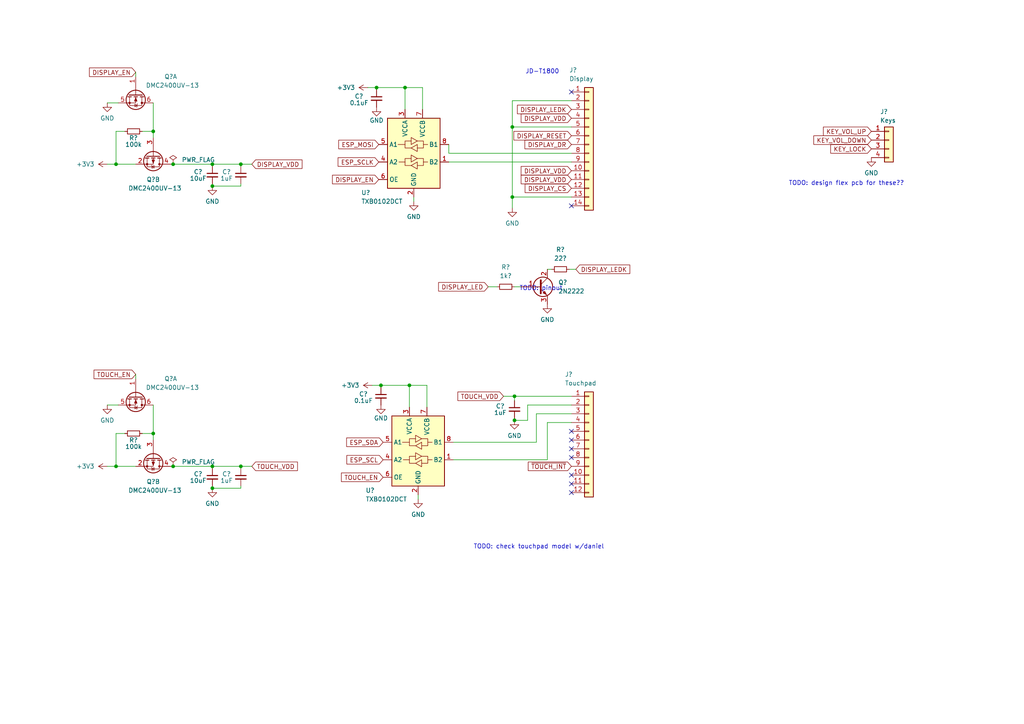
<source format=kicad_sch>
(kicad_sch (version 20211123) (generator eeschema)
  (paper "A4")
  (lib_symbols
    (symbol "Connector_Generic:Conn_01x04" (pin_names (offset 1.016) hide)
      (property "Reference" "J" (at 0 5.08 0))
      (property "Value" "Conn_01x04" (at 0 -7.62 0))
      (symbol "Conn_01x04_1_1"
        (rectangle (start -1.27 -4.953) (end 0 -5.207) (stroke (width 0.1524)))
        (rectangle (start -1.27 -2.413) (end 0 -2.667) (stroke (width 0.1524)))
        (rectangle (start -1.27 0.127) (end 0 -0.127) (stroke (width 0.1524)))
        (rectangle (start -1.27 2.667) (end 0 2.413) (stroke (width 0.1524)))
        (rectangle (start -1.27 3.81) (end 1.27 -6.35) (stroke (width 0.254)) (fill (type background)))
        (pin passive line (at -5.08 2.54 0) (length 3.81) (name "Pin_1") (number "1"))
        (pin passive line (at -5.08 0 0) (length 3.81) (name "Pin_2") (number "2"))
        (pin passive line (at -5.08 -2.54 0) (length 3.81) (name "Pin_3") (number "3"))
        (pin passive line (at -5.08 -5.08 0) (length 3.81) (name "Pin_4") (number "4"))
      )
    )
    (symbol "Connector_Generic:Conn_01x12" (pin_names (offset 1.016) hide)
      (property "Reference" "J" (at 0 15.24 0))
      (property "Value" "Conn_01x12" (at 0 -17.78 0))
      (symbol "Conn_01x12_1_1"
        (rectangle (start -1.27 -15.113) (end 0 -15.367) (stroke (width 0.1524)))
        (rectangle (start -1.27 -12.573) (end 0 -12.827) (stroke (width 0.1524)))
        (rectangle (start -1.27 -10.033) (end 0 -10.287) (stroke (width 0.1524)))
        (rectangle (start -1.27 -7.493) (end 0 -7.747) (stroke (width 0.1524)))
        (rectangle (start -1.27 -4.953) (end 0 -5.207) (stroke (width 0.1524)))
        (rectangle (start -1.27 -2.413) (end 0 -2.667) (stroke (width 0.1524)))
        (rectangle (start -1.27 0.127) (end 0 -0.127) (stroke (width 0.1524)))
        (rectangle (start -1.27 2.667) (end 0 2.413) (stroke (width 0.1524)))
        (rectangle (start -1.27 5.207) (end 0 4.953) (stroke (width 0.1524)))
        (rectangle (start -1.27 7.747) (end 0 7.493) (stroke (width 0.1524)))
        (rectangle (start -1.27 10.287) (end 0 10.033) (stroke (width 0.1524)))
        (rectangle (start -1.27 12.827) (end 0 12.573) (stroke (width 0.1524)))
        (rectangle (start -1.27 13.97) (end 1.27 -16.51) (stroke (width 0.254)) (fill (type background)))
        (pin passive line (at -5.08 12.7 0) (length 3.81) (name "Pin_1") (number "1"))
        (pin passive line (at -5.08 -10.16 0) (length 3.81) (name "Pin_10") (number "10"))
        (pin passive line (at -5.08 -12.7 0) (length 3.81) (name "Pin_11") (number "11"))
        (pin passive line (at -5.08 -15.24 0) (length 3.81) (name "Pin_12") (number "12"))
        (pin passive line (at -5.08 10.16 0) (length 3.81) (name "Pin_2") (number "2"))
        (pin passive line (at -5.08 7.62 0) (length 3.81) (name "Pin_3") (number "3"))
        (pin passive line (at -5.08 5.08 0) (length 3.81) (name "Pin_4") (number "4"))
        (pin passive line (at -5.08 2.54 0) (length 3.81) (name "Pin_5") (number "5"))
        (pin passive line (at -5.08 0 0) (length 3.81) (name "Pin_6") (number "6"))
        (pin passive line (at -5.08 -2.54 0) (length 3.81) (name "Pin_7") (number "7"))
        (pin passive line (at -5.08 -5.08 0) (length 3.81) (name "Pin_8") (number "8"))
        (pin passive line (at -5.08 -7.62 0) (length 3.81) (name "Pin_9") (number "9"))
      )
    )
    (symbol "Connector_Generic:Conn_01x14" (pin_names (offset 1.016) hide)
      (property "Reference" "J" (at 0 17.78 0))
      (property "Value" "Conn_01x14" (at 0 -20.32 0))
      (symbol "Conn_01x14_1_1"
        (rectangle (start -1.27 -17.653) (end 0 -17.907) (stroke (width 0.1524)))
        (rectangle (start -1.27 -15.113) (end 0 -15.367) (stroke (width 0.1524)))
        (rectangle (start -1.27 -12.573) (end 0 -12.827) (stroke (width 0.1524)))
        (rectangle (start -1.27 -10.033) (end 0 -10.287) (stroke (width 0.1524)))
        (rectangle (start -1.27 -7.493) (end 0 -7.747) (stroke (width 0.1524)))
        (rectangle (start -1.27 -4.953) (end 0 -5.207) (stroke (width 0.1524)))
        (rectangle (start -1.27 -2.413) (end 0 -2.667) (stroke (width 0.1524)))
        (rectangle (start -1.27 0.127) (end 0 -0.127) (stroke (width 0.1524)))
        (rectangle (start -1.27 2.667) (end 0 2.413) (stroke (width 0.1524)))
        (rectangle (start -1.27 5.207) (end 0 4.953) (stroke (width 0.1524)))
        (rectangle (start -1.27 7.747) (end 0 7.493) (stroke (width 0.1524)))
        (rectangle (start -1.27 10.287) (end 0 10.033) (stroke (width 0.1524)))
        (rectangle (start -1.27 12.827) (end 0 12.573) (stroke (width 0.1524)))
        (rectangle (start -1.27 15.367) (end 0 15.113) (stroke (width 0.1524)))
        (rectangle (start -1.27 16.51) (end 1.27 -19.05) (stroke (width 0.254)) (fill (type background)))
        (pin passive line (at -5.08 15.24 0) (length 3.81) (name "Pin_1") (number "1"))
        (pin passive line (at -5.08 -7.62 0) (length 3.81) (name "Pin_10") (number "10"))
        (pin passive line (at -5.08 -10.16 0) (length 3.81) (name "Pin_11") (number "11"))
        (pin passive line (at -5.08 -12.7 0) (length 3.81) (name "Pin_12") (number "12"))
        (pin passive line (at -5.08 -15.24 0) (length 3.81) (name "Pin_13") (number "13"))
        (pin passive line (at -5.08 -17.78 0) (length 3.81) (name "Pin_14") (number "14"))
        (pin passive line (at -5.08 12.7 0) (length 3.81) (name "Pin_2") (number "2"))
        (pin passive line (at -5.08 10.16 0) (length 3.81) (name "Pin_3") (number "3"))
        (pin passive line (at -5.08 7.62 0) (length 3.81) (name "Pin_4") (number "4"))
        (pin passive line (at -5.08 5.08 0) (length 3.81) (name "Pin_5") (number "5"))
        (pin passive line (at -5.08 2.54 0) (length 3.81) (name "Pin_6") (number "6"))
        (pin passive line (at -5.08 0 0) (length 3.81) (name "Pin_7") (number "7"))
        (pin passive line (at -5.08 -2.54 0) (length 3.81) (name "Pin_8") (number "8"))
        (pin passive line (at -5.08 -5.08 0) (length 3.81) (name "Pin_9") (number "9"))
      )
    )
    (symbol "Device:C_Small" (pin_numbers hide) (pin_names (offset 0.254) hide)
      (property "Reference" "C" (at 0.254 1.778 0))
      (property "Value" "C_Small" (at 0.254 -2.032 0))
      (symbol "C_Small_0_1"
        (polyline (pts (xy -1.524 -0.508) (xy 1.524 -0.508)) (stroke (width 0.3302)))
        (polyline (pts (xy -1.524 0.508) (xy 1.524 0.508)) (stroke (width 0.3048)))
      )
      (symbol "C_Small_1_1"
        (pin passive line (at 0 2.54 270) (length 2.032) (name "~") (number "1"))
        (pin passive line (at 0 -2.54 90) (length 2.032) (name "~") (number "2"))
      )
    )
    (symbol "Device:Q_NPN_BCE" (pin_names (offset 0) hide)
      (property "Reference" "Q" (at 5.08 1.27 0))
      (property "Value" "Q_NPN_BCE" (at 5.08 -1.27 0))
      (symbol "Q_NPN_BCE_0_1"
        (polyline (pts (xy 0.635 0.635) (xy 2.54 2.54)))
        (polyline (pts (xy 0.635 -0.635) (xy 2.54 -2.54) (xy 2.54 -2.54)))
        (polyline (pts (xy 0.635 1.905) (xy 0.635 -1.905) (xy 0.635 -1.905)) (stroke (width 0.508)))
        (polyline (pts (xy 1.27 -1.778) (xy 1.778 -1.27) (xy 2.286 -2.286) (xy 1.27 -1.778) (xy 1.27 -1.778)) (fill (type outline)))
        (circle (center 1.27 0) (radius 2.8194) (stroke (width 0.254)))
      )
      (symbol "Q_NPN_BCE_1_1"
        (pin input line (at -5.08 0 0) (length 5.715) (name "B") (number "1"))
        (pin passive line (at 2.54 5.08 270) (length 2.54) (name "C") (number "2"))
        (pin passive line (at 2.54 -5.08 90) (length 2.54) (name "E") (number "3"))
      )
    )
    (symbol "Device:R_Small" (pin_numbers hide) (pin_names (offset 0.254) hide)
      (property "Reference" "R" (at 0.762 0.508 0))
      (property "Value" "R_Small" (at 0.762 -1.016 0))
      (symbol "R_Small_0_1"
        (rectangle (start -0.762 1.778) (end 0.762 -1.778) (stroke (width 0.2032)))
      )
      (symbol "R_Small_1_1"
        (pin passive line (at 0 2.54 270) (length 0.762) (name "~") (number "1"))
        (pin passive line (at 0 -2.54 90) (length 0.762) (name "~") (number "2"))
      )
    )
    (symbol "Logic_LevelTranslator:TXB0102DCT"
      (property "Reference" "U" (at -6.35 11.43 0))
      (property "Value" "TXB0102DCT" (at 3.81 11.43 0))
      (symbol "TXB0102DCT_0_1"
        (rectangle (start -7.62 10.16) (end 7.62 -10.16) (stroke (width 0.254)) (fill (type background)))
        (polyline (pts (xy -2.54 -2.54) (xy -2.54 -1.524) (xy -0.762 -1.524)))
        (polyline (pts (xy -2.54 2.54) (xy -2.54 3.556) (xy -0.762 3.556)))
        (polyline (pts (xy 2.794 -2.54) (xy 2.794 -3.556) (xy 1.016 -3.556)))
        (polyline (pts (xy 2.794 2.54) (xy 2.794 1.524) (xy 1.016 1.524)))
        (polyline (pts (xy -0.762 -3.556) (xy -2.54 -3.556) (xy -2.54 -2.54) (xy -4.318 -2.54)))
        (polyline (pts (xy -0.762 -2.54) (xy -0.762 -0.508) (xy 1.016 -1.524) (xy -0.762 -2.54)) (fill (type background)))
        (polyline (pts (xy -0.762 1.524) (xy -2.54 1.524) (xy -2.54 2.54) (xy -4.572 2.54)))
        (polyline (pts (xy -0.762 2.54) (xy -0.762 4.572) (xy 1.016 3.556) (xy -0.762 2.54)))
        (polyline (pts (xy 1.016 -2.54) (xy 1.016 -4.572) (xy -0.762 -3.556) (xy 1.016 -2.54)))
        (polyline (pts (xy 1.016 -1.524) (xy 2.794 -1.524) (xy 2.794 -2.54) (xy 4.064 -2.54)))
        (polyline (pts (xy 1.016 3.556) (xy 2.794 3.556) (xy 2.794 2.54) (xy 4.064 2.54)))
        (polyline (pts (xy 1.016 2.54) (xy 1.016 0.762) (xy 1.016 0.508) (xy -0.762 1.524) (xy 1.016 2.54)))
      )
      (symbol "TXB0102DCT_1_1"
        (pin bidirectional line (at 10.16 -2.54 180) (length 2.54) (name "B2") (number "1"))
        (pin power_in line (at 0 -12.7 90) (length 2.54) (name "GND") (number "2"))
        (pin power_in line (at -2.54 12.7 270) (length 2.54) (name "VCCA") (number "3"))
        (pin bidirectional line (at -10.16 -2.54 0) (length 2.54) (name "A2") (number "4"))
        (pin bidirectional line (at -10.16 2.54 0) (length 2.54) (name "A1") (number "5"))
        (pin input line (at -10.16 -7.62 0) (length 2.54) (name "OE") (number "6"))
        (pin power_in line (at 2.54 12.7 270) (length 2.54) (name "VCCB") (number "7"))
        (pin bidirectional line (at 10.16 2.54 180) (length 2.54) (name "B1") (number "8"))
      )
    )
    (symbol "Transistor_FET:DMC2053UVT" (pin_names hide)
      (property "Reference" "Q" (at 3.175 1.27 0))
      (property "Value" "DMC2053UVT" (at 3.175 -1.27 0))
      (symbol "DMC2053UVT_0_1"
        (circle (center -0.889 0) (radius 2.794) (stroke (width 0.254)))
        (circle (center 0 -1.778) (radius 0.254) (fill (type outline)))
        (polyline (pts (xy -2.286 0) (xy -5.08 0)))
        (polyline (pts (xy -2.286 1.905) (xy -2.286 -1.905)) (stroke (width 0.254)))
        (polyline (pts (xy -1.778 -1.27) (xy -1.778 -2.286)) (stroke (width 0.254)))
        (polyline (pts (xy -1.778 0.508) (xy -1.778 -0.508)) (stroke (width 0.254)))
        (polyline (pts (xy -1.778 2.286) (xy -1.778 1.27)) (stroke (width 0.254)))
        (polyline (pts (xy 0 2.54) (xy 0 1.778)))
        (polyline (pts (xy 0 -2.54) (xy 0 0) (xy -1.778 0)))
        (polyline (pts (xy -1.778 -1.778) (xy 0.762 -1.778) (xy 0.762 1.778) (xy -1.778 1.778)))
        (circle (center 0 1.778) (radius 0.254) (fill (type outline)))
      )
      (symbol "DMC2053UVT_1_1"
        (polyline (pts (xy -1.524 0) (xy -0.508 0.381) (xy -0.508 -0.381) (xy -1.524 0)) (fill (type outline)))
        (polyline (pts (xy 0.254 0.508) (xy 0.381 0.381) (xy 1.143 0.381) (xy 1.27 0.254)))
        (polyline (pts (xy 0.762 0.381) (xy 0.381 -0.254) (xy 1.143 -0.254) (xy 0.762 0.381)))
        (pin passive line (at -7.62 0 0) (length 2.54) (name "G") (number "1"))
        (pin passive line (at 0 -5.08 90) (length 2.54) (name "S") (number "5"))
        (pin passive line (at 0 5.08 270) (length 2.54) (name "D") (number "6"))
      )
      (symbol "DMC2053UVT_2_1"
        (polyline (pts (xy -0.254 0) (xy -1.27 0.381) (xy -1.27 -0.381) (xy -0.254 0)) (fill (type outline)))
        (polyline (pts (xy 0.254 -0.508) (xy 0.381 -0.381) (xy 1.143 -0.381) (xy 1.27 -0.254)))
        (polyline (pts (xy 0.762 -0.381) (xy 0.381 0.254) (xy 1.143 0.254) (xy 0.762 -0.381)))
        (pin passive line (at 0 -5.08 90) (length 2.54) (name "S") (number "2"))
        (pin passive line (at -7.62 0 0) (length 2.54) (name "G") (number "3"))
        (pin passive line (at 0 5.08 270) (length 2.54) (name "D") (number "4"))
      )
    )
    (symbol "power:+3V3" (power) (pin_names (offset 0))
      (property "Value" "+3V3" (at 0 3.556 0))
      (symbol "+3V3_0_1"
        (polyline (pts (xy -0.762 1.27) (xy 0 2.54)))
        (polyline (pts (xy 0 0) (xy 0 2.54)))
        (polyline (pts (xy 0 2.54) (xy 0.762 1.27)))
      )
      (symbol "+3V3_1_1"
        (pin power_in line (at 0 0 90) (length 0) hide (name "+3V3") (number "1"))
      )
    )
    (symbol "power:GND" (power) (pin_names (offset 0))
      (property "Value" "GND" (at 0 -3.81 0))
      (symbol "GND_0_1"
        (polyline (pts (xy 0 0) (xy 0 -1.27) (xy 1.27 -1.27) (xy 0 -2.54) (xy -1.27 -1.27) (xy 0 -1.27)))
      )
      (symbol "GND_1_1"
        (pin power_in line (at 0 0 270) (length 0) hide (name "GND") (number "1"))
      )
    )
    (symbol "power:PWR_FLAG" (power) (pin_numbers hide) (pin_names (offset 0) hide)
      (property "Value" "PWR_FLAG" (at 0 3.81 0))
      (symbol "PWR_FLAG_0_0"
        (pin power_out line (at 0 0 90) (length 0) (name "pwr") (number "1"))
      )
      (symbol "PWR_FLAG_0_1"
        (polyline (pts (xy 0 0) (xy 0 1.27) (xy -1.016 1.905) (xy 0 2.54) (xy 1.016 1.905) (xy 0 1.27)))
      )
    )
  )
  (junction (at 149.225 121.92))
  (junction (at 69.85 47.625))
  (junction (at 50.2099 135.255))
  (junction (at 148.59 57.15))
  (junction (at 118.745 111.76))
  (junction (at 61.595 53.975))
  (junction (at 69.85 135.255))
  (junction (at 117.475 25.4))
  (junction (at 109.22 25.4))
  (junction (at 50.2099 47.625))
  (junction (at 61.595 141.605))
  (junction (at 61.595 135.255))
  (junction (at 33.655 135.255))
  (junction (at 44.45 125.73))
  (junction (at 61.595 47.625))
  (junction (at 149.225 114.935))
  (junction (at 110.49 111.76))
  (junction (at 148.59 36.83))
  (junction (at 44.45 38.1))
  (junction (at 33.655 47.625))
  (no_connect (at 165.735 59.69))
  (no_connect (at 165.735 137.795))
  (no_connect (at 165.735 26.67))
  (no_connect (at 165.735 132.715))
  (no_connect (at 165.735 140.335))
  (no_connect (at 165.735 142.875))
  (no_connect (at 165.735 125.095))
  (no_connect (at 165.735 127.635))
  (no_connect (at 165.735 130.175))
  (wire (pts (xy 33.655 135.255) (xy 39.37 135.255)))
  (wire (pts (xy 121.285 144.78) (xy 121.285 143.51)))
  (wire (pts (xy 49.53 135.255) (xy 50.2099 135.255)))
  (wire (pts (xy 31.115 117.475) (xy 34.29 117.475)))
  (wire (pts (xy 149.225 116.205) (xy 149.225 114.935)))
  (wire (pts (xy 155.575 128.27) (xy 155.575 120.015)))
  (wire (pts (xy 148.59 36.83) (xy 165.735 36.83)))
  (wire (pts (xy 31.115 47.625) (xy 33.655 47.625)))
  (wire (pts (xy 61.595 135.255) (xy 69.85 135.255)))
  (wire (pts (xy 160.02 78.105) (xy 158.75 78.105)))
  (wire (pts (xy 33.655 125.73) (xy 33.655 135.255)))
  (wire (pts (xy 131.445 128.27) (xy 155.575 128.27)))
  (wire (pts (xy 109.22 25.4) (xy 109.22 26.035)))
  (wire (pts (xy 110.49 111.76) (xy 118.745 111.76)))
  (wire (pts (xy 50.2099 135.255) (xy 61.595 135.255)))
  (wire (pts (xy 117.475 25.4) (xy 122.555 25.4)))
  (wire (pts (xy 61.595 141.605) (xy 61.595 140.97)))
  (wire (pts (xy 44.45 117.475) (xy 44.45 125.73)))
  (wire (pts (xy 153.035 117.475) (xy 153.035 121.92)))
  (wire (pts (xy 158.75 122.555) (xy 158.75 133.35)))
  (wire (pts (xy 49.53 47.625) (xy 50.2099 47.625)))
  (wire (pts (xy 148.59 57.15) (xy 165.735 57.15)))
  (wire (pts (xy 155.575 120.015) (xy 165.735 120.015)))
  (wire (pts (xy 165.735 29.21) (xy 148.59 29.21)))
  (wire (pts (xy 107.95 111.76) (xy 110.49 111.76)))
  (wire (pts (xy 110.49 111.76) (xy 110.49 112.395)))
  (wire (pts (xy 44.45 125.73) (xy 44.45 127.635)))
  (wire (pts (xy 120.015 58.42) (xy 120.015 57.15)))
  (wire (pts (xy 148.59 36.83) (xy 148.59 57.15)))
  (wire (pts (xy 106.68 25.4) (xy 109.22 25.4)))
  (wire (pts (xy 39.37 108.585) (xy 39.37 109.855)))
  (wire (pts (xy 158.75 133.35) (xy 131.445 133.35)))
  (wire (pts (xy 69.85 135.255) (xy 73.025 135.255)))
  (wire (pts (xy 61.595 135.89) (xy 61.595 135.255)))
  (wire (pts (xy 69.85 47.625) (xy 73.025 47.625)))
  (wire (pts (xy 167.005 78.105) (xy 165.1 78.105)))
  (wire (pts (xy 149.225 121.92) (xy 149.225 121.285)))
  (wire (pts (xy 61.595 47.625) (xy 69.85 47.625)))
  (wire (pts (xy 165.735 122.555) (xy 158.75 122.555)))
  (wire (pts (xy 148.59 57.15) (xy 148.59 60.325)))
  (wire (pts (xy 165.735 117.475) (xy 153.035 117.475)))
  (wire (pts (xy 41.275 125.73) (xy 44.45 125.73)))
  (wire (pts (xy 118.745 111.76) (xy 123.825 111.76)))
  (wire (pts (xy 33.655 38.1) (xy 33.655 47.625)))
  (wire (pts (xy 39.37 20.955) (xy 39.37 22.225)))
  (wire (pts (xy 130.175 41.91) (xy 130.175 44.45)))
  (wire (pts (xy 146.05 114.935) (xy 149.225 114.935)))
  (wire (pts (xy 69.85 53.34) (xy 69.85 53.975)))
  (wire (pts (xy 61.595 53.975) (xy 61.595 53.34)))
  (wire (pts (xy 36.195 38.1) (xy 33.655 38.1)))
  (wire (pts (xy 149.225 83.185) (xy 151.13 83.185)))
  (wire (pts (xy 44.45 29.845) (xy 44.45 38.1)))
  (wire (pts (xy 33.655 47.625) (xy 39.37 47.625)))
  (wire (pts (xy 31.115 135.255) (xy 33.655 135.255)))
  (wire (pts (xy 118.745 111.76) (xy 118.745 118.11)))
  (wire (pts (xy 149.225 114.935) (xy 165.735 114.935)))
  (wire (pts (xy 141.605 83.185) (xy 144.145 83.185)))
  (wire (pts (xy 36.195 125.73) (xy 33.655 125.73)))
  (wire (pts (xy 61.595 48.26) (xy 61.595 47.625)))
  (wire (pts (xy 122.555 25.4) (xy 122.555 31.75)))
  (wire (pts (xy 44.45 38.1) (xy 44.45 40.005)))
  (wire (pts (xy 153.035 121.92) (xy 149.225 121.92)))
  (wire (pts (xy 41.275 38.1) (xy 44.45 38.1)))
  (wire (pts (xy 69.85 140.97) (xy 69.85 141.605)))
  (wire (pts (xy 69.85 53.975) (xy 61.595 53.975)))
  (wire (pts (xy 109.22 25.4) (xy 117.475 25.4)))
  (wire (pts (xy 69.85 135.255) (xy 69.85 135.89)))
  (wire (pts (xy 148.59 29.21) (xy 148.59 36.83)))
  (wire (pts (xy 50.2099 47.625) (xy 61.595 47.625)))
  (wire (pts (xy 130.175 46.99) (xy 165.735 46.99)))
  (wire (pts (xy 31.115 29.845) (xy 34.29 29.845)))
  (wire (pts (xy 117.475 25.4) (xy 117.475 31.75)))
  (wire (pts (xy 130.175 44.45) (xy 165.735 44.45)))
  (wire (pts (xy 69.85 141.605) (xy 61.595 141.605)))
  (wire (pts (xy 123.825 111.76) (xy 123.825 118.11)))
  (wire (pts (xy 69.85 47.625) (xy 69.85 48.26)))
  (text "TODO: design flex pcb for these??" (at 262.255 53.975 180) (effects (font (size 1.27 1.27)) (justify right bottom)))
  (text "TODO: check touchpad model w/daniel" (at 175.26 159.385 180) (effects (font (size 1.27 1.27)) (justify right bottom)))
  (text "TODO: pinout" (at 163.195 84.455 180) (effects (font (size 1.27 1.27)) (justify right bottom)))
  (text "JD-T1800" (at 152.4 21.59 0) (effects (font (size 1.27 1.27)) (justify left bottom)))
  (global_label "DISPLAY_EN" (shape input) (at 39.37 20.955 180) (property "Intersheet References" "${INTERSHEET_REFS}" (effects hide)))
  (global_label "DISPLAY_VDD" (shape input) (at 73.025 47.625 0) (property "Intersheet References" "${INTERSHEET_REFS}" (effects hide)))
  (global_label "TOUCH_EN" (shape input) (at 39.37 108.585 180) (property "Intersheet References" "${INTERSHEET_REFS}" (effects hide)))
  (global_label "KEY_LOCK" (shape input) (at 252.73 43.18 180) (property "Intersheet References" "${INTERSHEET_REFS}" (effects hide)))
  (global_label "KEY_VOL_UP" (shape input) (at 252.73 38.1 180) (property "Intersheet References" "${INTERSHEET_REFS}" (effects hide)))
  (global_label "DISPLAY_RESET" (shape input) (at 165.735 39.37 180) (property "Intersheet References" "${INTERSHEET_REFS}" (effects hide)))
  (global_label "DISPLAY_VDD" (shape input) (at 165.735 49.53 180) (property "Intersheet References" "${INTERSHEET_REFS}" (effects hide)))
  (global_label "ESP_MOSI" (shape input) (at 109.855 41.91 180) (property "Intersheet References" "${INTERSHEET_REFS}" (effects hide)))
  (global_label "TOUCH_VDD" (shape input) (at 73.025 135.255 0) (property "Intersheet References" "${INTERSHEET_REFS}" (effects hide)))
  (global_label "TOUCH_VDD" (shape input) (at 146.05 114.935 180) (property "Intersheet References" "${INTERSHEET_REFS}" (effects hide)))
  (global_label "KEY_VOL_DOWN" (shape input) (at 252.73 40.64 180) (property "Intersheet References" "${INTERSHEET_REFS}" (effects hide)))
  (global_label "ESP_SDA" (shape input) (at 111.125 128.27 180) (property "Intersheet References" "${INTERSHEET_REFS}" (effects hide)))
  (global_label "ESP_SCLK" (shape input) (at 109.855 46.99 180) (property "Intersheet References" "${INTERSHEET_REFS}" (effects hide)))
  (global_label "DISPLAY_VDD" (shape input) (at 165.735 34.29 180) (property "Intersheet References" "${INTERSHEET_REFS}" (effects hide)))
  (global_label "DISPLAY_EN" (shape input) (at 109.855 52.07 180) (property "Intersheet References" "${INTERSHEET_REFS}" (effects hide)))
  (global_label "DISPLAY_LED" (shape input) (at 141.605 83.185 180) (property "Intersheet References" "${INTERSHEET_REFS}" (effects hide)))
  (global_label "DISPLAY_LEDK" (shape input) (at 165.735 31.75 180) (property "Intersheet References" "${INTERSHEET_REFS}" (effects hide)))
  (global_label "DISPLAY_CS" (shape input) (at 165.735 54.61 180) (property "Intersheet References" "${INTERSHEET_REFS}" (effects hide)))
  (global_label "ESP_SCL" (shape input) (at 111.125 133.35 180) (property "Intersheet References" "${INTERSHEET_REFS}" (effects hide)))
  (global_label "TOUCH_EN" (shape input) (at 111.125 138.43 180) (property "Intersheet References" "${INTERSHEET_REFS}" (effects hide)))
  (global_label "DISPLAY_LEDK" (shape input) (at 167.005 78.105 0) (property "Intersheet References" "${INTERSHEET_REFS}" (effects hide)))
  (global_label "DISPLAY_DR" (shape input) (at 165.735 41.91 180) (property "Intersheet References" "${INTERSHEET_REFS}" (effects hide)))
  (global_label "DISPLAY_VDD" (shape input) (at 165.735 52.07 180) (property "Intersheet References" "${INTERSHEET_REFS}" (effects hide)))
  (global_label "~{TOUCH_INT}" (shape input) (at 165.735 135.255 180) (property "Intersheet References" "${INTERSHEET_REFS}" (effects hide)))
  (symbol (lib_id "Device:C_Small") (at 69.85 138.43 0) (unit 1)
    (property "Reference" "C?" (at 65.7225 137.4775 0))
    (property "Value" "1uF" (at 65.7225 139.3825 0))
    (property "Footprint" "Capacitor_SMD:C_0805_2012Metric" (effects hide))
    (property "PN" "EMK212BJ105KG-T" (effects hide))
  )
  (symbol (lib_id "Device:R_Small") (at 38.735 38.1 90) (unit 1)
    (property "Reference" "R?" (at 38.735 40.005 90))
    (property "Value" "100k" (at 38.735 41.91 90))
    (property "Footprint" "Resistor_SMD:R_0603_1608Metric" (effects hide))
    (property "PN" "RC0603JR-10100KL" (effects hide))
  )
  (symbol (lib_id "power:+3V3") (at 31.115 135.255 90) (unit 1)
    (property "Reference" "#PWR?" (effects hide))
    (property "Value" "+3V3" (at 24.765 135.255 90))
  )
  (symbol (lib_id "Connector_Generic:Conn_01x12") (at 170.815 127.635 0) (unit 1)
    (property "Reference" "J?" (at 163.83 108.585 0) (effects (justify left)))
    (property "Value" "Touchpad" (at 163.83 111.125 0) (effects (justify left)))
  )
  (symbol (lib_id "power:GND") (at 252.73 45.72 0) (unit 1)
    (property "Reference" "#PWR?" (effects hide))
    (property "Value" "GND" (at 252.73 50.165 0))
  )
  (symbol (lib_id "Transistor_FET:DMC2053UVT") (at 39.37 29.845 270) (unit 1)
    (property "Reference" "Q?" (at 49.53 22.225 90))
    (property "Value" " DMC2400UV-13" (at 49.53 24.765 90))
  )
  (symbol (lib_id "Connector_Generic:Conn_01x14") (at 170.815 41.91 0) (unit 1)
    (property "Reference" "J?" (at 165.1 20.32 0) (effects (justify left)))
    (property "Value" "Display" (at 165.1 22.86 0) (effects (justify left)))
  )
  (symbol (lib_id "Connector_Generic:Conn_01x04") (at 257.81 40.64 0) (unit 1)
    (property "Reference" "J?" (at 255.27 32.385 0) (effects (justify left)))
    (property "Value" "Keys" (at 255.27 34.925 0) (effects (justify left)))
  )
  (symbol (lib_id "power:GND") (at 149.225 121.92 0) (unit 1)
    (property "Reference" "#PWR?" (effects hide))
    (property "Value" "GND" (at 149.225 126.365 0))
  )
  (symbol (lib_id "Logic_LevelTranslator:TXB0102DCT") (at 121.285 130.81 0) (unit 1)
    (property "Reference" "U?" (at 106.045 142.24 0) (effects (justify left)))
    (property "Value" "TXB0102DCT" (at 106.045 144.78 0) (effects (justify left)))
    (property "Footprint" "Package_SO:TSSOP-8_3x3mm_P0.65mm" (effects hide))
    (property "Datasheet" "http://www.ti.com/lit/ds/symlink/txb0102.pdf" (effects hide))
  )
  (symbol (lib_id "power:GND") (at 121.285 144.78 0) (unit 1)
    (property "Reference" "#PWR?" (effects hide))
    (property "Value" "GND" (at 121.285 149.225 0))
  )
  (symbol (lib_id "Device:R_Small") (at 162.56 78.105 90) (unit 1)
    (property "Reference" "R?" (at 162.56 72.39 90))
    (property "Value" "22?" (at 162.56 74.93 90))
  )
  (symbol (lib_id "power:GND") (at 109.22 31.115 0) (unit 1)
    (property "Reference" "#PWR?" (effects hide))
    (property "Value" "GND" (at 109.22 34.925 0))
  )
  (symbol (lib_id "power:GND") (at 61.595 53.975 0) (unit 1)
    (property "Reference" "#PWR?" (effects hide))
    (property "Value" "GND" (at 61.595 58.42 0))
  )
  (symbol (lib_id "Device:C_Small") (at 110.49 114.935 0) (unit 1)
    (property "Reference" "C?" (at 105.41 114.3 0))
    (property "Value" "0.1uF" (at 105.41 116.205 0))
    (property "Footprint" "Capacitor_SMD:C_0805_2012Metric" (effects hide))
    (property "PN" "0805YD104KAT2A" (effects hide))
  )
  (symbol (lib_id "power:GND") (at 158.75 88.265 0) (unit 1)
    (property "Reference" "#PWR?" (effects hide))
    (property "Value" "GND" (at 158.75 92.71 0))
  )
  (symbol (lib_id "Device:C_Small") (at 109.22 28.575 0) (unit 1)
    (property "Reference" "C?" (at 104.14 27.94 0))
    (property "Value" "0.1uF" (at 104.14 29.845 0))
    (property "Footprint" "Capacitor_SMD:C_0805_2012Metric" (effects hide))
    (property "PN" "0805YD104KAT2A" (effects hide))
  )
  (symbol (lib_id "Transistor_FET:DMC2053UVT") (at 39.37 117.475 270) (unit 1)
    (property "Reference" "Q?" (at 49.53 109.855 90))
    (property "Value" " DMC2400UV-13" (at 49.53 112.395 90))
  )
  (symbol (lib_id "power:GND") (at 110.49 117.475 0) (unit 1)
    (property "Reference" "#PWR?" (effects hide))
    (property "Value" "GND" (at 110.49 121.285 0))
  )
  (symbol (lib_id "power:GND") (at 120.015 58.42 0) (unit 1)
    (property "Reference" "#PWR?" (effects hide))
    (property "Value" "GND" (at 120.015 62.865 0))
  )
  (symbol (lib_id "Transistor_FET:DMC2053UVT") (at 44.45 135.255 270) (unit 2)
    (property "Reference" "Q?" (at 44.45 139.7 90))
    (property "Value" " DMC2400UV-13" (at 44.45 142.24 90))
  )
  (symbol (lib_id "power:GND") (at 61.595 141.605 0) (unit 1)
    (property "Reference" "#PWR?" (effects hide))
    (property "Value" "GND" (at 61.595 146.05 0))
  )
  (symbol (lib_id "power:+3V3") (at 106.68 25.4 90) (unit 1)
    (property "Reference" "#PWR?" (effects hide))
    (property "Value" "+3V3" (at 100.33 25.4 90))
  )
  (symbol (lib_id "Device:C_Small") (at 149.225 118.745 0) (unit 1)
    (property "Reference" "C?" (at 145.0975 117.7925 0))
    (property "Value" "1uF" (at 145.0975 119.6975 0))
    (property "Footprint" "Capacitor_SMD:C_0805_2012Metric" (effects hide))
    (property "PN" "EMK212BJ105KG-T" (effects hide))
  )
  (symbol (lib_id "Device:R_Small") (at 146.685 83.185 90) (unit 1)
    (property "Reference" "R?" (at 146.685 77.47 90))
    (property "Value" "1k?" (at 146.685 80.01 90))
  )
  (symbol (lib_id "Device:C_Small") (at 69.85 50.8 0) (unit 1)
    (property "Reference" "C?" (at 65.7225 49.8475 0))
    (property "Value" "1uF" (at 65.7225 51.7525 0))
    (property "Footprint" "Capacitor_SMD:C_0805_2012Metric" (effects hide))
    (property "PN" "EMK212BJ105KG-T" (effects hide))
  )
  (symbol (lib_id "power:GND") (at 148.59 60.325 0) (unit 1)
    (property "Reference" "#PWR?" (effects hide))
    (property "Value" "GND" (at 148.59 64.77 0))
  )
  (symbol (lib_id "Device:C_Small") (at 61.595 138.43 0) (unit 1)
    (property "Reference" "C?" (at 57.4675 137.4775 0))
    (property "Value" "10uF" (at 57.4675 139.3825 0))
    (property "Footprint" "Capacitor_SMD:C_0805_2012Metric" (effects hide))
    (property "PN" "EMK212ABJ106KG-T" (effects hide))
  )
  (symbol (lib_id "power:+3V3") (at 107.95 111.76 90) (unit 1)
    (property "Reference" "#PWR?" (effects hide))
    (property "Value" "+3V3" (at 101.6 111.76 90))
  )
  (symbol (lib_id "Logic_LevelTranslator:TXB0102DCT") (at 120.015 44.45 0) (unit 1)
    (property "Reference" "U?" (at 104.775 55.88 0) (effects (justify left)))
    (property "Value" "TXB0102DCT" (at 104.775 58.42 0) (effects (justify left)))
    (property "Footprint" "Package_SO:TSSOP-8_3x3mm_P0.65mm" (effects hide))
    (property "Datasheet" "http://www.ti.com/lit/ds/symlink/txb0102.pdf" (effects hide))
  )
  (symbol (lib_id "power:PWR_FLAG") (at 50.2099 47.625 0) (unit 1)
    (property "Reference" "#FLG?" (effects hide))
    (property "Value" "PWR_FLAG" (at 52.705 46.3549 0) (effects (justify left)))
  )
  (symbol (lib_id "Device:R_Small") (at 38.735 125.73 90) (unit 1)
    (property "Reference" "R?" (at 38.735 127.635 90))
    (property "Value" "100k" (at 38.735 129.54 90))
    (property "Footprint" "Resistor_SMD:R_0603_1608Metric" (effects hide))
    (property "PN" "RC0603JR-10100KL" (effects hide))
  )
  (symbol (lib_id "power:PWR_FLAG") (at 50.2099 135.255 0) (unit 1)
    (property "Reference" "#FLG?" (effects hide))
    (property "Value" "PWR_FLAG" (at 52.705 133.9849 0) (effects (justify left)))
  )
  (symbol (lib_id "Device:C_Small") (at 61.595 50.8 0) (unit 1)
    (property "Reference" "C?" (at 57.4675 49.8475 0))
    (property "Value" "10uF" (at 57.4675 51.7525 0))
    (property "Footprint" "Capacitor_SMD:C_0805_2012Metric" (effects hide))
    (property "PN" "EMK212ABJ106KG-T" (effects hide))
  )
  (symbol (lib_id "power:+3V3") (at 31.115 47.625 90) (unit 1)
    (property "Reference" "#PWR?" (effects hide))
    (property "Value" "+3V3" (at 24.765 47.625 90))
  )
  (symbol (lib_id "Transistor_FET:DMC2053UVT") (at 44.45 47.625 270) (unit 2)
    (property "Reference" "Q?" (at 44.45 52.07 90))
    (property "Value" " DMC2400UV-13" (at 44.45 54.61 90))
  )
  (symbol (lib_id "Device:Q_NPN_BCE") (at 156.21 83.185 0) (unit 1)
    (property "Reference" "Q?" (at 161.925 81.9149 0) (effects (justify left)))
    (property "Value" "2N2222" (at 161.925 84.4549 0) (effects (justify left)))
  )
  (symbol (lib_id "power:GND") (at 31.115 29.845 0) (unit 1)
    (property "Reference" "#PWR?" (effects hide))
    (property "Value" "GND" (at 31.115 34.29 0))
  )
  (symbol (lib_id "power:GND") (at 31.115 117.475 0) (unit 1)
    (property "Reference" "#PWR?" (effects hide))
    (property "Value" "GND" (at 31.115 121.92 0))
  )
)
</source>
